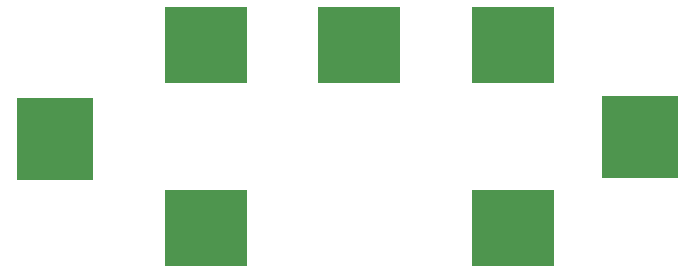
<source format=gtp>
G04 Layer_Color=8421504*
%FSLAX25Y25*%
%MOIN*%
G70*
G01*
G75*
%ADD11R,0.27559X0.25591*%
%ADD12R,0.25591X0.27559*%
D11*
X391629Y620319D02*
D03*
X340448D02*
D03*
X442810D02*
D03*
Y559295D02*
D03*
X340448D02*
D03*
D12*
X290251Y588978D02*
D03*
X485133Y589807D02*
D03*
M02*

</source>
